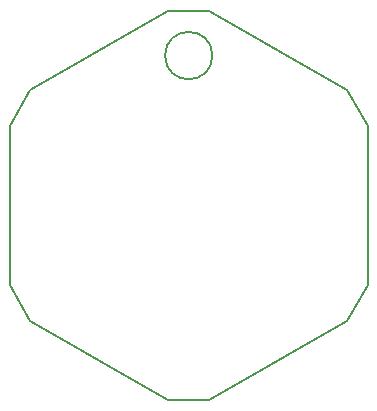
<source format=gm1>
%TF.GenerationSoftware,KiCad,Pcbnew,4.0.7-e2-6376~60~ubuntu17.10.1*%
%TF.CreationDate,2017-11-05T00:08:28+01:00*%
%TF.ProjectId,blinker,626C696E6B65722E6B696361645F7063,rev?*%
%TF.FileFunction,Profile,NP*%
%FSLAX46Y46*%
G04 Gerber Fmt 4.6, Leading zero omitted, Abs format (unit mm)*
G04 Created by KiCad (PCBNEW 4.0.7-e2-6376~60~ubuntu17.10.1) date Sun Nov  5 00:08:28 2017*
%MOMM*%
%LPD*%
G01*
G04 APERTURE LIST*
%ADD10C,0.127000*%
G04 APERTURE END LIST*
D10*
X-1732000Y-16500000D02*
X1732000Y-16500000D01*
X-1732000Y16500000D02*
X1732000Y16500000D01*
X15155000Y-6750000D02*
X13432000Y-9750000D01*
X13432000Y9750000D02*
X15155000Y6750000D01*
X-15155000Y-6750000D02*
X-13432000Y-9750000D01*
X-15155000Y6750000D02*
X-13432000Y9750000D01*
X-13432000Y9750000D02*
X-1732000Y16500000D01*
X-15155000Y-6750000D02*
X-15155000Y6750000D01*
X-1732000Y-16500000D02*
X-13432000Y-9750000D01*
X13432000Y-9750000D02*
X1732000Y-16500000D01*
X15155000Y6750000D02*
X15155000Y-6750000D01*
X1732000Y16500000D02*
X13432000Y9750000D01*
X2002498Y12700000D02*
G75*
G03X2002498Y12700000I-2002498J0D01*
G01*
M02*

</source>
